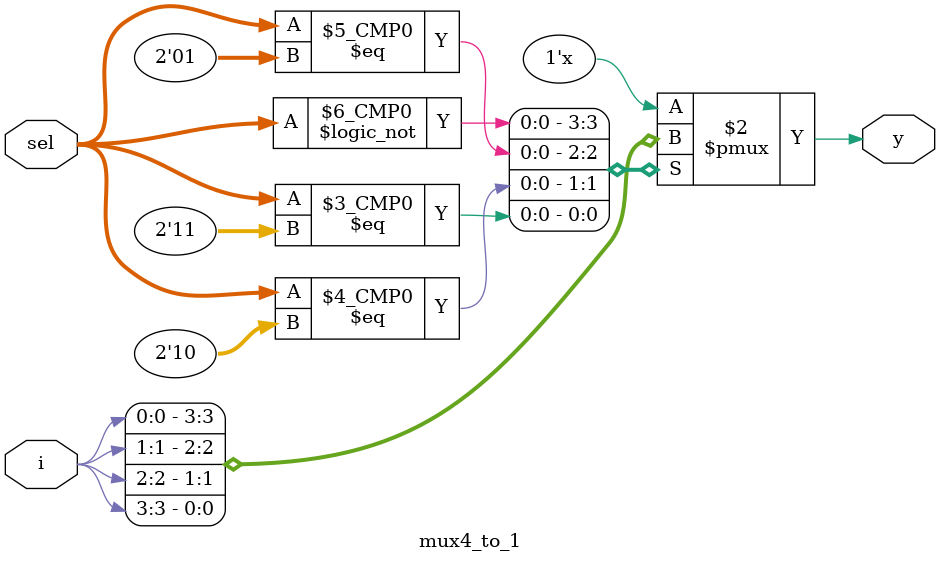
<source format=v>
module mux4_to_1 (
  input wire [3:0]i,
  input wire [1:0] sel,
  output reg y
);

always @(*) begin
  case (sel)
    2'b00: y = i[0];
    2'b01: y = i[1];
    2'b10: y = i[2];
    2'b11: y = i[3];
    default: y = 1'b0;
  endcase
end

endmodule

</source>
